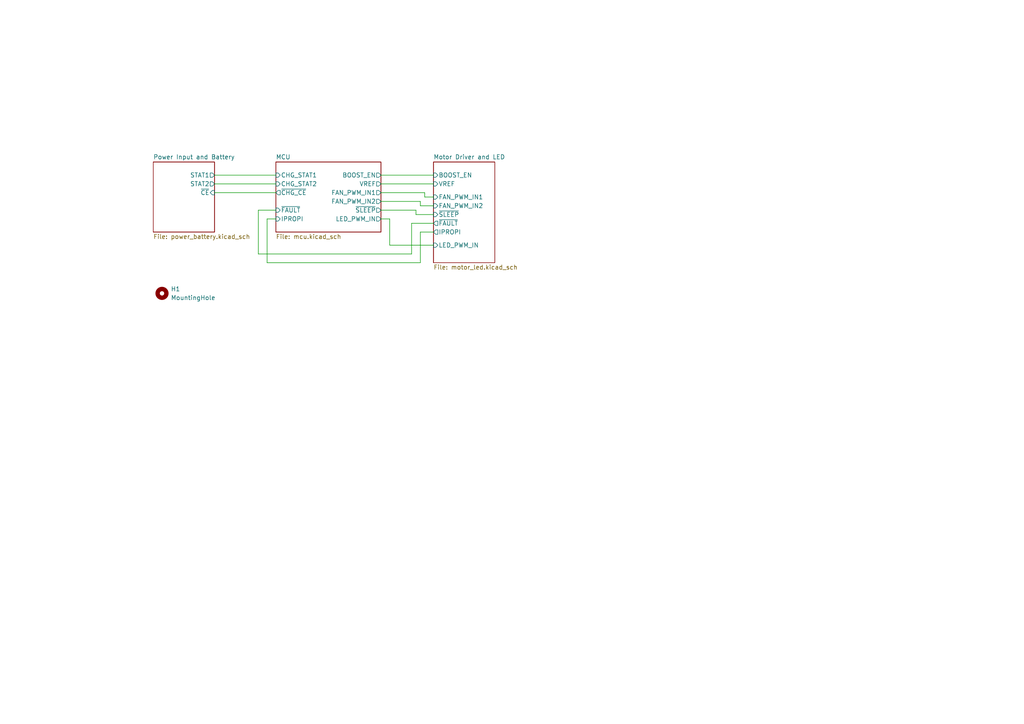
<source format=kicad_sch>
(kicad_sch (version 20231120) (generator "eeschema") (generator_version "8.0")
  (paper "A4")
  (title_block (title "LED Fan Controller") (date "2024-07-28") (rev "1") (company "Sleepy Pony Labs"))
  (lib_symbols
    (symbol "Mechanical:MountingHole" (pin_names (offset 1.016)) (exclude_from_sim yes) (in_bom no)
      (property "Reference" "H" (at 0 5.08 0))
      (property "Value" "MountingHole" (at 0 3.175 0))
      (symbol "MountingHole_0_1"
        (circle (center 0 0) (radius 1.27) (stroke (width 1.27)))
      )
    )
  )
  (wire (pts (xy 77.47 76.2) (xy 121.92 76.2)))
  (wire (pts (xy 62.23 50.8) (xy 80.01 50.8)))
  (wire (pts (xy 110.49 58.42) (xy 121.92 58.42)))
  (wire (pts (xy 110.49 60.96) (xy 120.65 60.96)))
  (wire (pts (xy 119.38 64.77) (xy 119.38 73.66)))
  (wire (pts (xy 62.23 55.88) (xy 80.01 55.88)))
  (wire (pts (xy 120.65 62.23) (xy 125.73 62.23)))
  (wire (pts (xy 121.92 67.31) (xy 121.92 76.2)))
  (wire (pts (xy 123.19 55.88) (xy 123.19 57.15)))
  (wire (pts (xy 77.47 63.5) (xy 80.01 63.5)))
  (wire (pts (xy 62.23 53.34) (xy 80.01 53.34)))
  (wire (pts (xy 110.49 53.34) (xy 125.73 53.34)))
  (wire (pts (xy 74.93 73.66) (xy 74.93 60.96)))
  (wire (pts (xy 113.03 63.5) (xy 113.03 71.12)))
  (wire (pts (xy 110.49 55.88) (xy 123.19 55.88)))
  (wire (pts (xy 110.49 50.8) (xy 125.73 50.8)))
  (wire (pts (xy 123.19 57.15) (xy 125.73 57.15)))
  (wire (pts (xy 125.73 67.31) (xy 121.92 67.31)))
  (wire (pts (xy 121.92 58.42) (xy 121.92 59.69)))
  (wire (pts (xy 110.49 63.5) (xy 113.03 63.5)))
  (wire (pts (xy 77.47 76.2) (xy 77.47 63.5)))
  (wire (pts (xy 120.65 60.96) (xy 120.65 62.23)))
  (wire (pts (xy 121.92 59.69) (xy 125.73 59.69)))
  (wire (pts (xy 74.93 60.96) (xy 80.01 60.96)))
  (wire (pts (xy 113.03 71.12) (xy 125.73 71.12)))
  (wire (pts (xy 125.73 64.77) (xy 119.38 64.77)))
  (wire (pts (xy 74.93 73.66) (xy 119.38 73.66)))
  (symbol (lib_id "Mechanical:MountingHole") (at 46.99 85.09 0) (unit 1) (exclude_from_sim yes) (in_bom no)
    (property "Reference" "H1" (at 49.53 83.8199 0) (effects (justify left)))
    (property "Value" "MountingHole" (at 49.53 86.3599 0) (effects (justify left)))
    (property "Footprint" "MountingHole:MountingHole_3.2mm_M3" (effects (hide yes)))
    (property "Description" "Mounting Hole without connection" (effects (hide yes)))
  )
  (sheet (at 80.01 46.99) (size 30.48 20.32) (stroke (width 0.1524))
    (property "Sheetname" "MCU" (at 80.01 46.2784 0) (effects (justify left bottom)))
    (property "Sheetfile" "mcu.kicad_sch" (at 80.01 67.8946 0) (effects (justify left top)))
    (pin "IPROPI" input (at 80.01 63.5 180))
    (pin "VREF" output (at 110.49 53.34 0))
    (pin "~{SLEEP}" output (at 110.49 60.96 0))
    (pin "FAN_PWM_IN1" output (at 110.49 55.88 0))
    (pin "~{FAULT}" input (at 80.01 60.96 180))
    (pin "FAN_PWM_IN2" output (at 110.49 58.42 0))
    (pin "LED_PWM_IN" output (at 110.49 63.5 0))
    (pin "BOOST_EN" output (at 110.49 50.8 0))
    (pin "~{CHG_CE}" output (at 80.01 55.88 180))
    (pin "CHG_STAT2" input (at 80.01 53.34 180))
    (pin "CHG_STAT1" input (at 80.01 50.8 180))
  )
  (sheet (at 125.73 46.99) (size 17.78 29.21) (stroke (width 0.1524))
    (property "Sheetname" "Motor Driver and LED" (at 125.73 46.2784 0) (effects (justify left bottom)))
    (property "Sheetfile" "motor_led.kicad_sch" (at 125.73 76.7846 0) (effects (justify left top)))
    (pin "BOOST_EN" input (at 125.73 50.8 180))
    (pin "FAN_PWM_IN2" input (at 125.73 59.69 180))
    (pin "~{FAULT}" output (at 125.73 64.77 180))
    (pin "IPROPI" output (at 125.73 67.31 180))
    (pin "FAN_PWM_IN1" input (at 125.73 57.15 180))
    (pin "VREF" input (at 125.73 53.34 180))
    (pin "~{SLEEP}" input (at 125.73 62.23 180))
    (pin "LED_PWM_IN" input (at 125.73 71.12 180))
  )
  (sheet (at 44.45 46.99) (size 17.78 20.32) (stroke (width 0.1524))
    (property "Sheetname" "Power Input and Battery" (at 44.45 46.2784 0) (effects (justify left bottom)))
    (property "Sheetfile" "power_battery.kicad_sch" (at 44.45 67.8946 0) (effects (justify left top)))
    (pin "STAT1" output (at 62.23 50.8 0))
    (pin "STAT2" output (at 62.23 53.34 0))
    (pin "~{CE}" input (at 62.23 55.88 0))
  )
)
</source>
